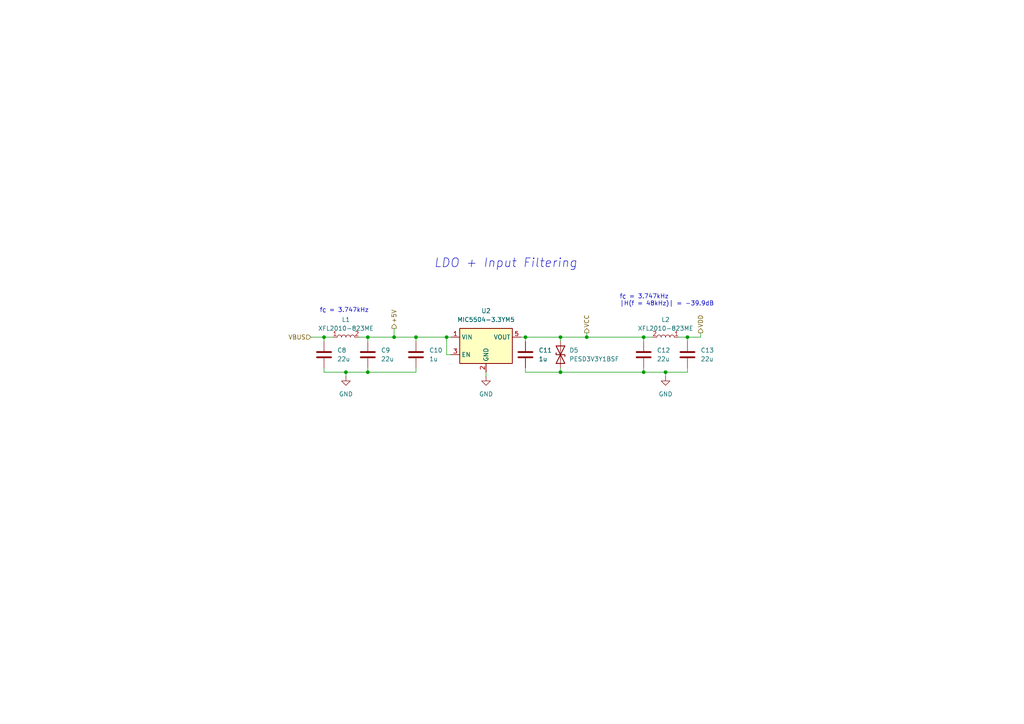
<source format=kicad_sch>
(kicad_sch (version 20231120) (generator "eeschema") (generator_version "8.0")
  (paper "A4")
  (title_block (title "LDO + Power Filtering") (date "2024-09-15") (rev "1") (company "Tachyon PCBAs") (comment 1 "first try surely"))
  (lib_symbols
    (symbol "Device:C" (pin_numbers hide) (pin_names (offset 0.254))
      (property "Reference" "C" (at 0.635 2.54 0))
      (property "Value" "C" (at 0.635 -2.54 0))
      (symbol "C_0_1"
        (polyline (pts (xy -2.032 -0.762) (xy 2.032 -0.762)) (stroke (width 0.508)))
        (polyline (pts (xy -2.032 0.762) (xy 2.032 0.762)) (stroke (width 0.508)))
      )
      (symbol "C_1_1"
        (pin passive line (at 0 3.81 270) (length 2.794) (name "~") (number "1"))
        (pin passive line (at 0 -3.81 90) (length 2.794) (name "~") (number "2"))
      )
    )
    (symbol "Device:D_TVS" (pin_numbers hide) (pin_names (offset 1.016) hide)
      (property "Reference" "D" (at 0 2.54 0))
      (property "Value" "D_TVS" (at 0 -2.54 0))
      (symbol "D_TVS_0_1"
        (polyline (pts (xy 1.27 0) (xy -1.27 0)))
        (polyline (pts (xy 0.508 1.27) (xy 0 1.27) (xy 0 -1.27) (xy -0.508 -1.27)) (stroke (width 0.254)))
        (polyline (pts (xy -2.54 1.27) (xy -2.54 -1.27) (xy 2.54 1.27) (xy 2.54 -1.27) (xy -2.54 1.27)) (stroke (width 0.254)))
      )
      (symbol "D_TVS_1_1"
        (pin passive line (at -3.81 0 0) (length 2.54) (name "A1") (number "1"))
        (pin passive line (at 3.81 0 180) (length 2.54) (name "A2") (number "2"))
      )
    )
    (symbol "Device:L" (pin_names (offset 1.016) hide)
      (property "Reference" "L" (at -1.27 0 90))
      (property "Value" "L" (at 1.905 0 90))
      (symbol "L_0_1"
        (arc (start 0 -2.54) (mid 0.6323 -1.905) (end 0 -1.27))
        (arc (start 0 -1.27) (mid 0.6323 -0.635) (end 0 0))
        (arc (start 0 0) (mid 0.6323 0.635) (end 0 1.27))
        (arc (start 0 1.27) (mid 0.6323 1.905) (end 0 2.54))
      )
      (symbol "L_1_1"
        (pin passive line (at 0 3.81 270) (length 1.27) (name "1") (number "1"))
        (pin passive line (at 0 -3.81 90) (length 1.27) (name "2") (number "2"))
      )
    )
    (symbol "Regulator_Linear:MIC5504-3.3YM5"
      (property "Reference" "U" (at -7.62 8.89 0))
      (property "Value" "MIC5504-3.3YM5" (at -7.62 6.35 0))
      (symbol "MIC5504-3.3YM5_0_1"
        (rectangle (start -7.62 -5.08) (end 7.62 5.08) (stroke (width 0.254)) (fill (type background)))
      )
      (symbol "MIC5504-3.3YM5_1_1"
        (pin power_in line (at -10.16 2.54 0) (length 2.54) (name "VIN") (number "1"))
        (pin power_in line (at 0 -7.62 90) (length 2.54) (name "GND") (number "2"))
        (pin input line (at -10.16 -2.54 0) (length 2.54) (name "EN") (number "3"))
        (pin no_connect line (at 7.62 -2.54 180) (length 2.54) hide (name "NC") (number "4"))
        (pin power_out line (at 10.16 2.54 180) (length 2.54) (name "VOUT") (number "5"))
      )
    )
    (symbol "power:GND" (power) (pin_numbers hide) (pin_names (offset 0) hide)
      (property "Value" "GND" (at 0 -3.81 0))
      (symbol "GND_0_1"
        (polyline (pts (xy 0 0) (xy 0 -1.27) (xy 1.27 -1.27) (xy 0 -2.54) (xy -1.27 -1.27) (xy 0 -1.27)))
      )
      (symbol "GND_1_1"
        (pin power_in line (at 0 0 270) (length 0) (name "~") (number "1"))
      )
    )
  )
  (junction (at 120.65 97.79))
  (junction (at 93.98 97.79))
  (junction (at 152.4 97.79))
  (junction (at 114.3 97.79))
  (junction (at 186.69 107.95))
  (junction (at 100.33 107.95))
  (junction (at 199.39 97.79))
  (junction (at 129.54 97.79))
  (junction (at 106.68 107.95))
  (junction (at 162.56 97.79))
  (junction (at 170.18 97.79))
  (junction (at 106.68 97.79))
  (junction (at 186.69 97.79))
  (junction (at 162.56 107.95))
  (junction (at 193.04 107.95))
  (wire (pts (xy 186.69 107.95) (xy 193.04 107.95)))
  (wire (pts (xy 120.65 97.79) (xy 129.54 97.79)))
  (wire (pts (xy 170.18 97.79) (xy 186.69 97.79)))
  (wire (pts (xy 196.85 97.79) (xy 199.39 97.79)))
  (wire (pts (xy 162.56 107.95) (xy 186.69 107.95)))
  (wire (pts (xy 114.3 95.25) (xy 114.3 97.79)))
  (wire (pts (xy 114.3 97.79) (xy 120.65 97.79)))
  (wire (pts (xy 152.4 107.95) (xy 162.56 107.95)))
  (wire (pts (xy 140.97 107.95) (xy 140.97 109.22)))
  (wire (pts (xy 162.56 106.68) (xy 162.56 107.95)))
  (wire (pts (xy 203.2 96.52) (xy 203.2 97.79)))
  (wire (pts (xy 120.65 99.06) (xy 120.65 97.79)))
  (wire (pts (xy 93.98 107.95) (xy 100.33 107.95)))
  (wire (pts (xy 106.68 97.79) (xy 106.68 99.06)))
  (wire (pts (xy 100.33 107.95) (xy 100.33 109.22)))
  (wire (pts (xy 162.56 97.79) (xy 162.56 99.06)))
  (wire (pts (xy 129.54 102.87) (xy 130.81 102.87)))
  (wire (pts (xy 186.69 97.79) (xy 186.69 99.06)))
  (wire (pts (xy 186.69 97.79) (xy 189.23 97.79)))
  (wire (pts (xy 100.33 107.95) (xy 106.68 107.95)))
  (wire (pts (xy 199.39 106.68) (xy 199.39 107.95)))
  (wire (pts (xy 93.98 97.79) (xy 96.52 97.79)))
  (wire (pts (xy 93.98 106.68) (xy 93.98 107.95)))
  (wire (pts (xy 152.4 97.79) (xy 152.4 99.06)))
  (wire (pts (xy 90.17 97.79) (xy 93.98 97.79)))
  (wire (pts (xy 93.98 97.79) (xy 93.98 99.06)))
  (wire (pts (xy 120.65 107.95) (xy 120.65 106.68)))
  (wire (pts (xy 193.04 107.95) (xy 199.39 107.95)))
  (wire (pts (xy 193.04 107.95) (xy 193.04 109.22)))
  (wire (pts (xy 199.39 97.79) (xy 203.2 97.79)))
  (wire (pts (xy 106.68 107.95) (xy 120.65 107.95)))
  (wire (pts (xy 104.14 97.79) (xy 106.68 97.79)))
  (wire (pts (xy 199.39 97.79) (xy 199.39 99.06)))
  (wire (pts (xy 170.18 96.52) (xy 170.18 97.79)))
  (wire (pts (xy 152.4 97.79) (xy 162.56 97.79)))
  (wire (pts (xy 129.54 97.79) (xy 129.54 102.87)))
  (wire (pts (xy 106.68 106.68) (xy 106.68 107.95)))
  (wire (pts (xy 152.4 106.68) (xy 152.4 107.95)))
  (wire (pts (xy 186.69 106.68) (xy 186.69 107.95)))
  (wire (pts (xy 129.54 97.79) (xy 130.81 97.79)))
  (wire (pts (xy 151.13 97.79) (xy 152.4 97.79)))
  (wire (pts (xy 162.56 97.79) (xy 170.18 97.79)))
  (wire (pts (xy 106.68 97.79) (xy 114.3 97.79)))
  (text "f_{C} = 3.747kHz\n|H(f = 48kHz)| = -39.9dB" (at 179.705 88.9 0) (effects (font (size 1.27 1.27)) (justify left bottom)))
  (text "LDO + Input Filtering" (at 146.685 74.93 0) (effects (font (size 2.54 2.54) (italic yes)) (justify top)))
  (text "f_{C} = 3.747kHz" (at 92.71 90.805 0) (effects (font (size 1.27 1.27)) (justify left bottom)))
  (hierarchical_label "VDD" (shape output) (at 203.2 96.52 90))
  (hierarchical_label "+5V" (shape output) (at 114.3 95.25 90))
  (hierarchical_label "VCC" (shape output) (at 170.18 96.52 90))
  (hierarchical_label "VBUS" (shape input) (at 90.17 97.79 180))
  (symbol (lib_id "Device:C") (at 152.4 102.87 0) (unit 1)
    (property "Reference" "C11" (at 156.21 101.5999 0) (effects (justify left)))
    (property "Value" "1u" (at 156.21 104.1399 0) (effects (justify left)))
    (property "Footprint" "Capacitor_SMD:C_1206_3216Metric_Pad1.33x1.80mm_HandSolder" (effects (hide yes)))
    (property "Datasheet" "https://www.mouser.com/datasheet/2/40/TAJ_AUTO-3165268.pdf" (effects (hide yes)))
    (property "Description" "Unpolarized capacitor" (effects (hide yes)))
    (property "Mouser Part Number" "581-TAJA105K020TNJ" (effects (hide yes)))
  )
  (symbol (lib_id "Device:L") (at 100.33 97.79 90) (unit 1)
    (property "Reference" "L1" (at 100.33 92.71 90))
    (property "Value" "XFL2010-823ME" (at 100.33 95.25 90))
    (property "Footprint" "Inductor_SMD:L_Coilcraft_XFL2010" (effects (hide yes)))
    (property "Datasheet" "https://www.coilcraft.com/getmedia/50382b97-998f-4b75-b5ee-4a93b0ac4411/xfl2010.pdf" (effects (hide yes)))
    (property "Description" "Inductor" (effects (hide yes)))
  )
  (symbol (lib_id "Device:C") (at 199.39 102.87 0) (unit 1)
    (property "Reference" "C13" (at 203.2 101.5999 0) (effects (justify left)))
    (property "Value" "22u" (at 203.2 104.1399 0) (effects (justify left)))
    (property "Footprint" "Capacitor_SMD:C_1210_3225Metric_Pad1.33x2.70mm_HandSolder" (effects (hide yes)))
    (property "Datasheet" "https://www.mouser.com/datasheet/2/447/KEM_C1002_X7R_SMD-3316098.pdf" (effects (hide yes)))
    (property "Description" "Unpolarized capacitor" (effects (hide yes)))
    (property "Mouser Part Number" "80-C1210C226K8R " (effects (hide yes)))
  )
  (symbol (lib_id "Regulator_Linear:MIC5504-3.3YM5") (at 140.97 100.33 0) (unit 1)
    (property "Reference" "U2" (at 140.97 90.17 0))
    (property "Value" "MIC5504-3.3YM5" (at 140.97 92.71 0))
    (property "Footprint" "Package_TO_SOT_SMD:SOT-23-5_HandSoldering" (effects (hide yes)))
    (property "Datasheet" "http://ww1.microchip.com/downloads/en/DeviceDoc/MIC550X.pdf" (effects (hide yes)))
    (property "Description" "300mA Low-dropout Voltage Regulator, Vout 3.3V, Vin up to 5.5V, SOT-23" (effects (hide yes)))
    (property "Mouser Part Number" "998-MIC5504-3.3YM5TR" (effects (hide yes)))
  )
  (symbol (lib_id "power:GND") (at 140.97 109.22 0) (unit 1)
    (property "Reference" "#PWR023" (effects (hide yes)))
    (property "Value" "GND" (at 140.97 114.3 0))
    (property "Description" "Power symbol creates a global label with name \"GND\" , ground" (effects (hide yes)))
  )
  (symbol (lib_id "Device:D_TVS") (at 162.56 102.87 90) (unit 1)
    (property "Reference" "D5" (at 165.1 101.5999 90) (effects (justify right)))
    (property "Value" "PESD3V3Y1BSF" (at 165.1 104.1399 90) (effects (justify right)))
    (property "Footprint" "Diode_SMD:Nexperia_DSN0603-2_0.6x0.3mm_P0.4mm" (effects (hide yes)))
    (property "Datasheet" "https://www.mouser.com/datasheet/2/916/PESD3V3Y1BSF-1370637.pdf" (effects (hide yes)))
    (property "Description" "Bidirectional transient-voltage-suppression diode" (effects (hide yes)))
  )
  (symbol (lib_id "Device:C") (at 186.69 102.87 0) (unit 1)
    (property "Reference" "C12" (at 190.5 101.5999 0) (effects (justify left)))
    (property "Value" "22u" (at 190.5 104.1399 0) (effects (justify left)))
    (property "Footprint" "Capacitor_SMD:C_1210_3225Metric_Pad1.33x2.70mm_HandSolder" (effects (hide yes)))
    (property "Datasheet" "https://www.mouser.com/datasheet/2/447/KEM_C1002_X7R_SMD-3316098.pdf" (effects (hide yes)))
    (property "Description" "Unpolarized capacitor" (effects (hide yes)))
    (property "Mouser Part Number" "80-C1210C226K8R " (effects (hide yes)))
  )
  (symbol (lib_id "power:GND") (at 193.04 109.22 0) (unit 1)
    (property "Reference" "#PWR024" (effects (hide yes)))
    (property "Value" "GND" (at 193.04 114.3 0))
    (property "Description" "Power symbol creates a global label with name \"GND\" , ground" (effects (hide yes)))
  )
  (symbol (lib_id "Device:C") (at 93.98 102.87 0) (unit 1)
    (property "Reference" "C8" (at 97.79 101.5999 0) (effects (justify left)))
    (property "Value" "22u" (at 97.79 104.1399 0) (effects (justify left)))
    (property "Footprint" "Capacitor_SMD:C_1210_3225Metric_Pad1.33x2.70mm_HandSolder" (effects (hide yes)))
    (property "Datasheet" "https://www.mouser.com/datasheet/2/447/KEM_C1002_X7R_SMD-3316098.pdf" (effects (hide yes)))
    (property "Description" "Unpolarized capacitor" (effects (hide yes)))
    (property "Mouser Part Number" "80-C1210C226K8R " (effects (hide yes)))
  )
  (symbol (lib_id "Device:L") (at 193.04 97.79 270) (mirror x) (unit 1)
    (property "Reference" "L2" (at 193.04 92.71 90))
    (property "Value" "XFL2010-823ME" (at 193.04 95.25 90))
    (property "Footprint" "Inductor_SMD:L_Coilcraft_XFL2010" (effects (hide yes)))
    (property "Datasheet" "https://www.coilcraft.com/getmedia/50382b97-998f-4b75-b5ee-4a93b0ac4411/xfl2010.pdf" (effects (hide yes)))
    (property "Description" "Inductor" (effects (hide yes)))
  )
  (symbol (lib_id "power:GND") (at 100.33 109.22 0) (unit 1)
    (property "Reference" "#PWR015" (effects (hide yes)))
    (property "Value" "GND" (at 100.33 114.3 0))
    (property "Description" "Power symbol creates a global label with name \"GND\" , ground" (effects (hide yes)))
  )
  (symbol (lib_id "Device:C") (at 106.68 102.87 0) (unit 1)
    (property "Reference" "C9" (at 110.49 101.5999 0) (effects (justify left)))
    (property "Value" "22u" (at 110.49 104.1399 0) (effects (justify left)))
    (property "Footprint" "Capacitor_SMD:C_1210_3225Metric_Pad1.33x2.70mm_HandSolder" (effects (hide yes)))
    (property "Datasheet" "https://www.mouser.com/datasheet/2/447/KEM_C1002_X7R_SMD-3316098.pdf" (effects (hide yes)))
    (property "Description" "Unpolarized capacitor" (effects (hide yes)))
    (property "Mouser Part Number" "80-C1210C226K8R " (effects (hide yes)))
  )
  (symbol (lib_id "Device:C") (at 120.65 102.87 0) (unit 1)
    (property "Reference" "C10" (at 124.46 101.5999 0) (effects (justify left)))
    (property "Value" "1u" (at 124.46 104.1399 0) (effects (justify left)))
    (property "Footprint" "Capacitor_SMD:C_1206_3216Metric_Pad1.33x1.80mm_HandSolder" (effects (hide yes)))
    (property "Datasheet" "https://www.mouser.com/datasheet/2/40/TAJ_AUTO-3165268.pdf" (effects (hide yes)))
    (property "Description" "Unpolarized capacitor" (effects (hide yes)))
    (property "Mouser Part Number" "581-TAJA105K020TNJ" (effects (hide yes)))
  )
)
</source>
